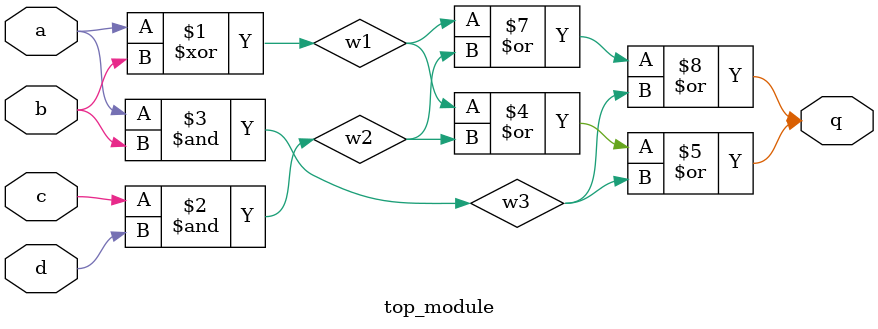
<source format=sv>
module top_module (
    input a,
    input b,
    input c,
    input d,
    output reg q
);

    // Intermediate signals
    wire w1, w2, w3;
    
    // Logic gates
    xor gate1 (w1, a, b);
    and gate2 (w2, c, d);
    and gate3 (w3, a, b);
    or gate4 (q, w1, w2, w3);

    always @(a or b or c or d) begin
        q <= w1 | w2 | w3;
    end
  
endmodule

</source>
